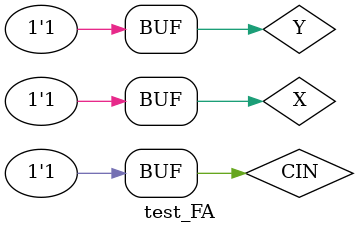
<source format=v>
module test_FA;
reg X, Y, CIN;
wire S, COUT;

FA U0(.x(X), .y(Y), .cin(CIN), .s(S), .cout(COUT));

initial
begin
    X=0; Y=0; CIN=0;
    #10 X=0; Y=0; CIN=1;
    #10 X=0; Y=1; CIN=0;
    #10 X=0; Y=1; CIN=1;
    #10 X=1; Y=0; CIN=0;
    #10 X=1; Y=0; CIN=1;
    #10 X=1; Y=1; CIN=0;
    #10 X=1; Y=1; CIN=1;
end

endmodule
</source>
